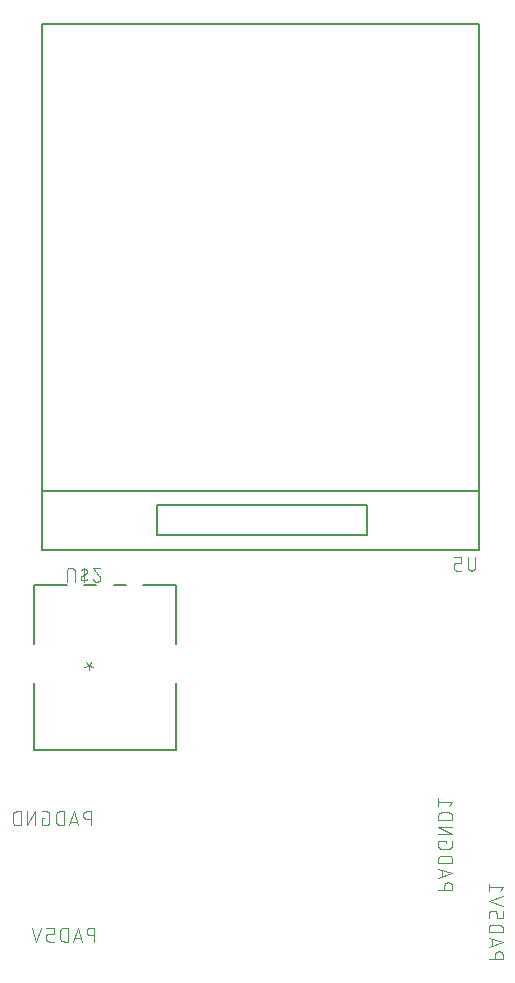
<source format=gbr>
G04 EAGLE Gerber RS-274X export*
G75*
%MOMM*%
%FSLAX34Y34*%
%LPD*%
%INSilkscreen Bottom*%
%IPPOS*%
%AMOC8*
5,1,8,0,0,1.08239X$1,22.5*%
G01*
%ADD10C,0.101600*%
%ADD11C,0.152400*%
%ADD12C,0.076200*%
%ADD13C,0.127000*%


D10*
X72080Y70808D02*
X72080Y82492D01*
X68834Y82492D01*
X68721Y82490D01*
X68608Y82484D01*
X68495Y82474D01*
X68382Y82460D01*
X68270Y82443D01*
X68159Y82421D01*
X68049Y82396D01*
X67939Y82366D01*
X67831Y82333D01*
X67724Y82296D01*
X67618Y82256D01*
X67514Y82211D01*
X67411Y82163D01*
X67310Y82112D01*
X67211Y82057D01*
X67114Y81999D01*
X67019Y81937D01*
X66926Y81872D01*
X66836Y81804D01*
X66748Y81733D01*
X66662Y81658D01*
X66579Y81581D01*
X66499Y81501D01*
X66422Y81418D01*
X66347Y81332D01*
X66276Y81244D01*
X66208Y81154D01*
X66143Y81061D01*
X66081Y80966D01*
X66023Y80869D01*
X65968Y80770D01*
X65917Y80669D01*
X65869Y80566D01*
X65824Y80462D01*
X65784Y80356D01*
X65747Y80249D01*
X65714Y80141D01*
X65684Y80031D01*
X65659Y79921D01*
X65637Y79810D01*
X65620Y79698D01*
X65606Y79585D01*
X65596Y79472D01*
X65590Y79359D01*
X65588Y79246D01*
X65590Y79133D01*
X65596Y79020D01*
X65606Y78907D01*
X65620Y78794D01*
X65637Y78682D01*
X65659Y78571D01*
X65684Y78461D01*
X65714Y78351D01*
X65747Y78243D01*
X65784Y78136D01*
X65824Y78030D01*
X65869Y77926D01*
X65917Y77823D01*
X65968Y77722D01*
X66023Y77623D01*
X66081Y77526D01*
X66143Y77431D01*
X66208Y77338D01*
X66276Y77248D01*
X66347Y77160D01*
X66422Y77074D01*
X66499Y76991D01*
X66579Y76911D01*
X66662Y76834D01*
X66748Y76759D01*
X66836Y76688D01*
X66926Y76620D01*
X67019Y76555D01*
X67114Y76493D01*
X67211Y76435D01*
X67310Y76380D01*
X67411Y76329D01*
X67514Y76281D01*
X67618Y76236D01*
X67724Y76196D01*
X67831Y76159D01*
X67939Y76126D01*
X68049Y76096D01*
X68159Y76071D01*
X68270Y76049D01*
X68382Y76032D01*
X68495Y76018D01*
X68608Y76008D01*
X68721Y76002D01*
X68834Y76000D01*
X68834Y76001D02*
X72080Y76001D01*
X61849Y70808D02*
X57955Y82492D01*
X54060Y70808D01*
X55034Y73729D02*
X60876Y73729D01*
X49389Y70808D02*
X49389Y82492D01*
X46144Y82492D01*
X46031Y82490D01*
X45918Y82484D01*
X45805Y82474D01*
X45692Y82460D01*
X45580Y82443D01*
X45469Y82421D01*
X45359Y82396D01*
X45249Y82366D01*
X45141Y82333D01*
X45034Y82296D01*
X44928Y82256D01*
X44824Y82211D01*
X44721Y82163D01*
X44620Y82112D01*
X44521Y82057D01*
X44424Y81999D01*
X44329Y81937D01*
X44236Y81872D01*
X44146Y81804D01*
X44058Y81733D01*
X43972Y81658D01*
X43889Y81581D01*
X43809Y81501D01*
X43732Y81418D01*
X43657Y81332D01*
X43586Y81244D01*
X43518Y81154D01*
X43453Y81061D01*
X43391Y80966D01*
X43333Y80869D01*
X43278Y80770D01*
X43227Y80669D01*
X43179Y80566D01*
X43134Y80462D01*
X43094Y80356D01*
X43057Y80249D01*
X43024Y80141D01*
X42994Y80031D01*
X42969Y79921D01*
X42947Y79810D01*
X42930Y79698D01*
X42916Y79585D01*
X42906Y79472D01*
X42900Y79359D01*
X42898Y79246D01*
X42898Y74054D01*
X42900Y73941D01*
X42906Y73828D01*
X42916Y73715D01*
X42930Y73602D01*
X42947Y73490D01*
X42969Y73379D01*
X42994Y73269D01*
X43024Y73159D01*
X43057Y73051D01*
X43094Y72944D01*
X43134Y72838D01*
X43179Y72734D01*
X43227Y72631D01*
X43278Y72530D01*
X43333Y72431D01*
X43391Y72334D01*
X43453Y72239D01*
X43518Y72146D01*
X43586Y72056D01*
X43657Y71968D01*
X43732Y71882D01*
X43809Y71799D01*
X43889Y71719D01*
X43972Y71642D01*
X44058Y71567D01*
X44146Y71496D01*
X44236Y71428D01*
X44329Y71363D01*
X44424Y71301D01*
X44521Y71243D01*
X44620Y71188D01*
X44721Y71137D01*
X44824Y71089D01*
X44928Y71044D01*
X45034Y71004D01*
X45141Y70967D01*
X45249Y70934D01*
X45359Y70904D01*
X45469Y70879D01*
X45580Y70857D01*
X45692Y70840D01*
X45805Y70826D01*
X45918Y70816D01*
X46031Y70810D01*
X46144Y70808D01*
X49389Y70808D01*
X37578Y70808D02*
X33684Y70808D01*
X33585Y70810D01*
X33485Y70816D01*
X33386Y70825D01*
X33288Y70838D01*
X33190Y70855D01*
X33092Y70876D01*
X32996Y70901D01*
X32901Y70929D01*
X32807Y70961D01*
X32714Y70996D01*
X32622Y71035D01*
X32532Y71078D01*
X32444Y71123D01*
X32357Y71173D01*
X32273Y71225D01*
X32190Y71281D01*
X32110Y71339D01*
X32032Y71401D01*
X31957Y71466D01*
X31884Y71534D01*
X31814Y71604D01*
X31746Y71677D01*
X31681Y71752D01*
X31619Y71830D01*
X31561Y71910D01*
X31505Y71993D01*
X31453Y72077D01*
X31403Y72164D01*
X31358Y72252D01*
X31315Y72342D01*
X31276Y72434D01*
X31241Y72527D01*
X31209Y72621D01*
X31181Y72716D01*
X31156Y72812D01*
X31135Y72910D01*
X31118Y73008D01*
X31105Y73106D01*
X31096Y73205D01*
X31090Y73305D01*
X31088Y73404D01*
X31087Y73404D02*
X31087Y74703D01*
X31088Y74703D02*
X31090Y74802D01*
X31096Y74902D01*
X31105Y75001D01*
X31118Y75099D01*
X31135Y75197D01*
X31156Y75295D01*
X31181Y75391D01*
X31209Y75486D01*
X31241Y75580D01*
X31276Y75673D01*
X31315Y75765D01*
X31358Y75855D01*
X31403Y75943D01*
X31453Y76030D01*
X31505Y76114D01*
X31561Y76197D01*
X31619Y76277D01*
X31681Y76355D01*
X31746Y76430D01*
X31814Y76503D01*
X31884Y76573D01*
X31957Y76641D01*
X32032Y76706D01*
X32110Y76768D01*
X32190Y76826D01*
X32273Y76882D01*
X32357Y76934D01*
X32444Y76984D01*
X32532Y77029D01*
X32622Y77072D01*
X32714Y77111D01*
X32807Y77146D01*
X32901Y77178D01*
X32996Y77206D01*
X33092Y77231D01*
X33190Y77252D01*
X33288Y77269D01*
X33386Y77282D01*
X33485Y77291D01*
X33585Y77297D01*
X33684Y77299D01*
X37578Y77299D01*
X37578Y82492D01*
X31087Y82492D01*
X26797Y82492D02*
X22903Y70808D01*
X19008Y82492D01*
X68742Y169238D02*
X68742Y180922D01*
X65496Y180922D01*
X65383Y180920D01*
X65270Y180914D01*
X65157Y180904D01*
X65044Y180890D01*
X64932Y180873D01*
X64821Y180851D01*
X64711Y180826D01*
X64601Y180796D01*
X64493Y180763D01*
X64386Y180726D01*
X64280Y180686D01*
X64176Y180641D01*
X64073Y180593D01*
X63972Y180542D01*
X63873Y180487D01*
X63776Y180429D01*
X63681Y180367D01*
X63588Y180302D01*
X63498Y180234D01*
X63410Y180163D01*
X63324Y180088D01*
X63241Y180011D01*
X63161Y179931D01*
X63084Y179848D01*
X63009Y179762D01*
X62938Y179674D01*
X62870Y179584D01*
X62805Y179491D01*
X62743Y179396D01*
X62685Y179299D01*
X62630Y179200D01*
X62579Y179099D01*
X62531Y178996D01*
X62486Y178892D01*
X62446Y178786D01*
X62409Y178679D01*
X62376Y178571D01*
X62346Y178461D01*
X62321Y178351D01*
X62299Y178240D01*
X62282Y178128D01*
X62268Y178015D01*
X62258Y177902D01*
X62252Y177789D01*
X62250Y177676D01*
X62252Y177563D01*
X62258Y177450D01*
X62268Y177337D01*
X62282Y177224D01*
X62299Y177112D01*
X62321Y177001D01*
X62346Y176891D01*
X62376Y176781D01*
X62409Y176673D01*
X62446Y176566D01*
X62486Y176460D01*
X62531Y176356D01*
X62579Y176253D01*
X62630Y176152D01*
X62685Y176053D01*
X62743Y175956D01*
X62805Y175861D01*
X62870Y175768D01*
X62938Y175678D01*
X63009Y175590D01*
X63084Y175504D01*
X63161Y175421D01*
X63241Y175341D01*
X63324Y175264D01*
X63410Y175189D01*
X63498Y175118D01*
X63588Y175050D01*
X63681Y174985D01*
X63776Y174923D01*
X63873Y174865D01*
X63972Y174810D01*
X64073Y174759D01*
X64176Y174711D01*
X64280Y174666D01*
X64386Y174626D01*
X64493Y174589D01*
X64601Y174556D01*
X64711Y174526D01*
X64821Y174501D01*
X64932Y174479D01*
X65044Y174462D01*
X65157Y174448D01*
X65270Y174438D01*
X65383Y174432D01*
X65496Y174430D01*
X65496Y174431D02*
X68742Y174431D01*
X58511Y169238D02*
X54617Y180922D01*
X50722Y169238D01*
X51696Y172159D02*
X57538Y172159D01*
X46051Y169238D02*
X46051Y180922D01*
X42806Y180922D01*
X42693Y180920D01*
X42580Y180914D01*
X42467Y180904D01*
X42354Y180890D01*
X42242Y180873D01*
X42131Y180851D01*
X42021Y180826D01*
X41911Y180796D01*
X41803Y180763D01*
X41696Y180726D01*
X41590Y180686D01*
X41486Y180641D01*
X41383Y180593D01*
X41282Y180542D01*
X41183Y180487D01*
X41086Y180429D01*
X40991Y180367D01*
X40898Y180302D01*
X40808Y180234D01*
X40720Y180163D01*
X40634Y180088D01*
X40551Y180011D01*
X40471Y179931D01*
X40394Y179848D01*
X40319Y179762D01*
X40248Y179674D01*
X40180Y179584D01*
X40115Y179491D01*
X40053Y179396D01*
X39995Y179299D01*
X39940Y179200D01*
X39889Y179099D01*
X39841Y178996D01*
X39796Y178892D01*
X39756Y178786D01*
X39719Y178679D01*
X39686Y178571D01*
X39656Y178461D01*
X39631Y178351D01*
X39609Y178240D01*
X39592Y178128D01*
X39578Y178015D01*
X39568Y177902D01*
X39562Y177789D01*
X39560Y177676D01*
X39560Y172484D01*
X39562Y172371D01*
X39568Y172258D01*
X39578Y172145D01*
X39592Y172032D01*
X39609Y171920D01*
X39631Y171809D01*
X39656Y171699D01*
X39686Y171589D01*
X39719Y171481D01*
X39756Y171374D01*
X39796Y171268D01*
X39841Y171164D01*
X39889Y171061D01*
X39940Y170960D01*
X39995Y170861D01*
X40053Y170764D01*
X40115Y170669D01*
X40180Y170576D01*
X40248Y170486D01*
X40319Y170398D01*
X40394Y170312D01*
X40471Y170229D01*
X40551Y170149D01*
X40634Y170072D01*
X40720Y169997D01*
X40808Y169926D01*
X40898Y169858D01*
X40991Y169793D01*
X41086Y169731D01*
X41183Y169673D01*
X41282Y169618D01*
X41383Y169567D01*
X41486Y169519D01*
X41590Y169474D01*
X41696Y169434D01*
X41803Y169397D01*
X41911Y169364D01*
X42021Y169334D01*
X42131Y169309D01*
X42242Y169287D01*
X42354Y169270D01*
X42467Y169256D01*
X42580Y169246D01*
X42693Y169240D01*
X42806Y169238D01*
X46051Y169238D01*
X29316Y175729D02*
X27368Y175729D01*
X27368Y169238D01*
X31263Y169238D01*
X31362Y169240D01*
X31462Y169246D01*
X31561Y169255D01*
X31659Y169268D01*
X31757Y169285D01*
X31855Y169306D01*
X31951Y169331D01*
X32046Y169359D01*
X32140Y169391D01*
X32233Y169426D01*
X32325Y169465D01*
X32415Y169508D01*
X32503Y169553D01*
X32590Y169603D01*
X32674Y169655D01*
X32757Y169711D01*
X32837Y169769D01*
X32915Y169831D01*
X32990Y169896D01*
X33063Y169964D01*
X33133Y170034D01*
X33201Y170107D01*
X33266Y170182D01*
X33328Y170260D01*
X33386Y170340D01*
X33442Y170423D01*
X33494Y170507D01*
X33544Y170594D01*
X33589Y170682D01*
X33632Y170772D01*
X33671Y170864D01*
X33706Y170957D01*
X33738Y171051D01*
X33766Y171146D01*
X33791Y171242D01*
X33812Y171340D01*
X33829Y171438D01*
X33842Y171536D01*
X33851Y171635D01*
X33857Y171735D01*
X33859Y171834D01*
X33859Y178326D01*
X33857Y178425D01*
X33851Y178525D01*
X33842Y178624D01*
X33829Y178722D01*
X33812Y178820D01*
X33791Y178918D01*
X33766Y179014D01*
X33738Y179109D01*
X33706Y179203D01*
X33671Y179296D01*
X33632Y179388D01*
X33589Y179478D01*
X33544Y179566D01*
X33494Y179653D01*
X33442Y179737D01*
X33386Y179820D01*
X33328Y179900D01*
X33266Y179978D01*
X33201Y180053D01*
X33133Y180126D01*
X33063Y180196D01*
X32990Y180264D01*
X32915Y180329D01*
X32837Y180391D01*
X32757Y180449D01*
X32674Y180505D01*
X32590Y180557D01*
X32503Y180607D01*
X32415Y180652D01*
X32325Y180695D01*
X32233Y180734D01*
X32140Y180769D01*
X32046Y180801D01*
X31951Y180829D01*
X31855Y180854D01*
X31757Y180875D01*
X31659Y180892D01*
X31561Y180905D01*
X31462Y180914D01*
X31362Y180920D01*
X31263Y180922D01*
X27368Y180922D01*
X21667Y180922D02*
X21667Y169238D01*
X15176Y169238D02*
X21667Y180922D01*
X15176Y180922D02*
X15176Y169238D01*
X9475Y169238D02*
X9475Y180922D01*
X6230Y180922D01*
X6117Y180920D01*
X6004Y180914D01*
X5891Y180904D01*
X5778Y180890D01*
X5666Y180873D01*
X5555Y180851D01*
X5445Y180826D01*
X5335Y180796D01*
X5227Y180763D01*
X5120Y180726D01*
X5014Y180686D01*
X4910Y180641D01*
X4807Y180593D01*
X4706Y180542D01*
X4607Y180487D01*
X4510Y180429D01*
X4415Y180367D01*
X4322Y180302D01*
X4232Y180234D01*
X4144Y180163D01*
X4058Y180088D01*
X3975Y180011D01*
X3895Y179931D01*
X3818Y179848D01*
X3743Y179762D01*
X3672Y179674D01*
X3604Y179584D01*
X3539Y179491D01*
X3477Y179396D01*
X3419Y179299D01*
X3364Y179200D01*
X3313Y179099D01*
X3265Y178996D01*
X3220Y178892D01*
X3180Y178786D01*
X3143Y178679D01*
X3110Y178571D01*
X3080Y178461D01*
X3055Y178351D01*
X3033Y178240D01*
X3016Y178128D01*
X3002Y178015D01*
X2992Y177902D01*
X2986Y177789D01*
X2984Y177676D01*
X2984Y172484D01*
X2986Y172371D01*
X2992Y172258D01*
X3002Y172145D01*
X3016Y172032D01*
X3033Y171920D01*
X3055Y171809D01*
X3080Y171699D01*
X3110Y171589D01*
X3143Y171481D01*
X3180Y171374D01*
X3220Y171268D01*
X3265Y171164D01*
X3313Y171061D01*
X3364Y170960D01*
X3419Y170861D01*
X3477Y170764D01*
X3539Y170669D01*
X3604Y170576D01*
X3672Y170486D01*
X3743Y170398D01*
X3818Y170312D01*
X3895Y170229D01*
X3975Y170149D01*
X4058Y170072D01*
X4144Y169997D01*
X4232Y169926D01*
X4322Y169858D01*
X4415Y169793D01*
X4510Y169731D01*
X4607Y169673D01*
X4706Y169618D01*
X4807Y169567D01*
X4910Y169519D01*
X5014Y169474D01*
X5120Y169434D01*
X5227Y169397D01*
X5335Y169364D01*
X5445Y169334D01*
X5555Y169309D01*
X5666Y169287D01*
X5778Y169270D01*
X5891Y169256D01*
X6004Y169246D01*
X6117Y169240D01*
X6230Y169238D01*
X9475Y169238D01*
D11*
X21156Y372424D02*
X48842Y372424D01*
X141044Y372424D02*
X141044Y322640D01*
X141044Y232724D02*
X21156Y232724D01*
X21156Y289874D01*
X63320Y372424D02*
X73734Y372424D01*
X88466Y372424D02*
X98880Y372424D01*
X113358Y372424D02*
X141044Y372424D01*
X21156Y372424D02*
X21156Y322640D01*
X141044Y289874D02*
X141044Y232724D01*
D12*
X67095Y300429D02*
X67095Y304408D01*
X69416Y307393D01*
X67095Y304408D02*
X64773Y307393D01*
X67095Y304408D02*
X70742Y303082D01*
X67095Y304408D02*
X63447Y303082D01*
X48715Y375345D02*
X48715Y383967D01*
X48717Y384081D01*
X48723Y384196D01*
X48733Y384310D01*
X48747Y384423D01*
X48764Y384537D01*
X48786Y384649D01*
X48811Y384761D01*
X48841Y384871D01*
X48874Y384981D01*
X48911Y385089D01*
X48951Y385196D01*
X48996Y385302D01*
X49043Y385406D01*
X49095Y385508D01*
X49150Y385608D01*
X49208Y385707D01*
X49270Y385803D01*
X49335Y385898D01*
X49403Y385989D01*
X49475Y386079D01*
X49549Y386166D01*
X49626Y386250D01*
X49707Y386332D01*
X49790Y386411D01*
X49875Y386487D01*
X49964Y386560D01*
X50054Y386629D01*
X50147Y386696D01*
X50243Y386759D01*
X50340Y386819D01*
X50440Y386876D01*
X50541Y386929D01*
X50644Y386979D01*
X50749Y387025D01*
X50855Y387068D01*
X50963Y387106D01*
X51072Y387141D01*
X51182Y387172D01*
X51293Y387200D01*
X51405Y387223D01*
X51518Y387243D01*
X51631Y387259D01*
X51745Y387271D01*
X51859Y387279D01*
X51974Y387283D01*
X52088Y387283D01*
X52203Y387279D01*
X52317Y387271D01*
X52431Y387259D01*
X52544Y387243D01*
X52657Y387223D01*
X52769Y387200D01*
X52880Y387172D01*
X52990Y387141D01*
X53099Y387106D01*
X53207Y387068D01*
X53313Y387025D01*
X53418Y386979D01*
X53521Y386929D01*
X53622Y386876D01*
X53722Y386819D01*
X53819Y386759D01*
X53915Y386696D01*
X54008Y386629D01*
X54098Y386560D01*
X54187Y386487D01*
X54272Y386411D01*
X54355Y386332D01*
X54436Y386250D01*
X54513Y386166D01*
X54587Y386079D01*
X54659Y385989D01*
X54727Y385898D01*
X54792Y385803D01*
X54854Y385707D01*
X54912Y385608D01*
X54967Y385508D01*
X55019Y385406D01*
X55066Y385302D01*
X55111Y385196D01*
X55151Y385089D01*
X55188Y384981D01*
X55221Y384871D01*
X55251Y384761D01*
X55276Y384649D01*
X55298Y384537D01*
X55315Y384423D01*
X55329Y384310D01*
X55339Y384196D01*
X55345Y384081D01*
X55347Y383967D01*
X55347Y375345D01*
X63080Y375345D02*
X63080Y387283D01*
X63080Y381314D02*
X61422Y380319D01*
X61347Y380271D01*
X61274Y380221D01*
X61203Y380167D01*
X61135Y380110D01*
X61070Y380050D01*
X61007Y379987D01*
X60947Y379921D01*
X60890Y379853D01*
X60837Y379782D01*
X60786Y379709D01*
X60739Y379634D01*
X60695Y379557D01*
X60655Y379478D01*
X60619Y379397D01*
X60586Y379314D01*
X60556Y379230D01*
X60531Y379145D01*
X60509Y379059D01*
X60492Y378972D01*
X60478Y378884D01*
X60468Y378796D01*
X60462Y378708D01*
X60460Y378619D01*
X60462Y378530D01*
X60468Y378442D01*
X60478Y378353D01*
X60492Y378266D01*
X60510Y378179D01*
X60532Y378093D01*
X60557Y378008D01*
X60586Y377924D01*
X60619Y377841D01*
X60656Y377760D01*
X60696Y377681D01*
X60740Y377604D01*
X60788Y377529D01*
X60838Y377456D01*
X60892Y377385D01*
X60949Y377317D01*
X61009Y377252D01*
X61071Y377189D01*
X61137Y377129D01*
X61205Y377072D01*
X61276Y377018D01*
X61349Y376967D01*
X61424Y376920D01*
X61501Y376876D01*
X61580Y376836D01*
X61661Y376799D01*
X61743Y376766D01*
X61827Y376737D01*
X61912Y376711D01*
X61998Y376689D01*
X62085Y376671D01*
X62086Y376672D02*
X62224Y376648D01*
X62363Y376629D01*
X62502Y376613D01*
X62642Y376600D01*
X62782Y376592D01*
X62923Y376587D01*
X63063Y376586D01*
X63203Y376589D01*
X63343Y376595D01*
X63483Y376606D01*
X63623Y376620D01*
X63762Y376637D01*
X63901Y376659D01*
X64039Y376684D01*
X64176Y376713D01*
X64313Y376745D01*
X64448Y376781D01*
X64583Y376821D01*
X64716Y376864D01*
X64849Y376911D01*
X64980Y376961D01*
X65109Y377015D01*
X65237Y377072D01*
X65364Y377133D01*
X65489Y377197D01*
X65612Y377264D01*
X65733Y377335D01*
X63080Y381314D02*
X64738Y382309D01*
X64813Y382357D01*
X64886Y382407D01*
X64957Y382461D01*
X65025Y382518D01*
X65090Y382578D01*
X65153Y382641D01*
X65213Y382707D01*
X65270Y382775D01*
X65323Y382846D01*
X65374Y382919D01*
X65421Y382994D01*
X65465Y383071D01*
X65505Y383150D01*
X65541Y383231D01*
X65574Y383314D01*
X65604Y383398D01*
X65629Y383483D01*
X65651Y383569D01*
X65668Y383656D01*
X65682Y383744D01*
X65692Y383832D01*
X65698Y383920D01*
X65700Y384009D01*
X65698Y384098D01*
X65692Y384186D01*
X65682Y384275D01*
X65668Y384362D01*
X65650Y384449D01*
X65628Y384535D01*
X65603Y384620D01*
X65574Y384704D01*
X65541Y384787D01*
X65504Y384868D01*
X65464Y384947D01*
X65420Y385024D01*
X65372Y385099D01*
X65322Y385172D01*
X65268Y385243D01*
X65211Y385311D01*
X65151Y385376D01*
X65089Y385439D01*
X65023Y385499D01*
X64955Y385556D01*
X64884Y385610D01*
X64811Y385661D01*
X64736Y385708D01*
X64659Y385752D01*
X64580Y385792D01*
X64499Y385829D01*
X64417Y385862D01*
X64333Y385891D01*
X64248Y385917D01*
X64162Y385939D01*
X64075Y385957D01*
X63937Y385981D01*
X63798Y386000D01*
X63659Y386016D01*
X63519Y386029D01*
X63379Y386037D01*
X63239Y386042D01*
X63098Y386043D01*
X62958Y386040D01*
X62818Y386034D01*
X62678Y386023D01*
X62538Y386009D01*
X62399Y385992D01*
X62260Y385970D01*
X62122Y385945D01*
X61985Y385916D01*
X61848Y385884D01*
X61712Y385848D01*
X61578Y385808D01*
X61444Y385765D01*
X61312Y385718D01*
X61181Y385668D01*
X61051Y385614D01*
X60923Y385557D01*
X60797Y385496D01*
X60672Y385432D01*
X60549Y385365D01*
X60427Y385294D01*
X74080Y375345D02*
X74187Y375347D01*
X74293Y375353D01*
X74399Y375362D01*
X74505Y375375D01*
X74610Y375392D01*
X74715Y375413D01*
X74818Y375438D01*
X74921Y375466D01*
X75023Y375498D01*
X75123Y375533D01*
X75222Y375572D01*
X75320Y375615D01*
X75416Y375661D01*
X75511Y375710D01*
X75603Y375763D01*
X75694Y375819D01*
X75782Y375878D01*
X75869Y375940D01*
X75953Y376006D01*
X76035Y376074D01*
X76114Y376145D01*
X76191Y376219D01*
X76265Y376296D01*
X76336Y376375D01*
X76404Y376457D01*
X76470Y376541D01*
X76532Y376628D01*
X76591Y376716D01*
X76647Y376807D01*
X76700Y376899D01*
X76749Y376994D01*
X76795Y377090D01*
X76838Y377188D01*
X76877Y377287D01*
X76912Y377387D01*
X76944Y377489D01*
X76972Y377592D01*
X76997Y377695D01*
X77018Y377800D01*
X77035Y377905D01*
X77048Y378011D01*
X77057Y378117D01*
X77063Y378223D01*
X77065Y378330D01*
X74080Y375345D02*
X73959Y375347D01*
X73839Y375353D01*
X73719Y375362D01*
X73599Y375375D01*
X73480Y375392D01*
X73361Y375413D01*
X73243Y375437D01*
X73126Y375466D01*
X73010Y375497D01*
X72894Y375533D01*
X72780Y375572D01*
X72668Y375615D01*
X72556Y375661D01*
X72446Y375710D01*
X72338Y375764D01*
X72232Y375820D01*
X72127Y375880D01*
X72024Y375943D01*
X71924Y376009D01*
X71825Y376078D01*
X71729Y376151D01*
X71635Y376226D01*
X71543Y376304D01*
X71454Y376386D01*
X71367Y376470D01*
X71283Y376556D01*
X71202Y376645D01*
X71124Y376737D01*
X71049Y376831D01*
X70977Y376928D01*
X70907Y377026D01*
X70841Y377127D01*
X70778Y377230D01*
X70719Y377335D01*
X70662Y377441D01*
X70609Y377550D01*
X70560Y377659D01*
X70514Y377771D01*
X70471Y377884D01*
X70433Y377998D01*
X76070Y380652D02*
X76150Y380572D01*
X76228Y380490D01*
X76302Y380406D01*
X76374Y380318D01*
X76442Y380229D01*
X76508Y380136D01*
X76570Y380042D01*
X76628Y379946D01*
X76683Y379847D01*
X76735Y379747D01*
X76783Y379645D01*
X76828Y379541D01*
X76868Y379436D01*
X76905Y379329D01*
X76939Y379221D01*
X76968Y379112D01*
X76994Y379002D01*
X77015Y378891D01*
X77033Y378780D01*
X77047Y378668D01*
X77057Y378556D01*
X77063Y378443D01*
X77065Y378330D01*
X76069Y380651D02*
X70432Y387283D01*
X77064Y387283D01*
D13*
X124700Y440200D02*
X302500Y440200D01*
X124700Y440200D02*
X124700Y414800D01*
X302500Y414800D01*
X302500Y440200D01*
X397500Y452500D02*
X397500Y402500D01*
X397500Y452500D02*
X27500Y452500D01*
X27500Y402500D01*
X397500Y402500D01*
X27500Y452500D02*
X27500Y847500D01*
X397500Y847500D01*
X397500Y452500D01*
D10*
X394492Y396592D02*
X394492Y388154D01*
X394490Y388041D01*
X394484Y387928D01*
X394474Y387815D01*
X394460Y387702D01*
X394443Y387590D01*
X394421Y387479D01*
X394396Y387369D01*
X394366Y387259D01*
X394333Y387151D01*
X394296Y387044D01*
X394256Y386938D01*
X394211Y386834D01*
X394163Y386731D01*
X394112Y386630D01*
X394057Y386531D01*
X393999Y386434D01*
X393937Y386339D01*
X393872Y386246D01*
X393804Y386156D01*
X393733Y386068D01*
X393658Y385982D01*
X393581Y385899D01*
X393501Y385819D01*
X393418Y385742D01*
X393332Y385667D01*
X393244Y385596D01*
X393154Y385528D01*
X393061Y385463D01*
X392966Y385401D01*
X392869Y385343D01*
X392770Y385288D01*
X392669Y385237D01*
X392566Y385189D01*
X392462Y385144D01*
X392356Y385104D01*
X392249Y385067D01*
X392141Y385034D01*
X392031Y385004D01*
X391921Y384979D01*
X391810Y384957D01*
X391698Y384940D01*
X391585Y384926D01*
X391472Y384916D01*
X391359Y384910D01*
X391246Y384908D01*
X391133Y384910D01*
X391020Y384916D01*
X390907Y384926D01*
X390794Y384940D01*
X390682Y384957D01*
X390571Y384979D01*
X390461Y385004D01*
X390351Y385034D01*
X390243Y385067D01*
X390136Y385104D01*
X390030Y385144D01*
X389926Y385189D01*
X389823Y385237D01*
X389722Y385288D01*
X389623Y385343D01*
X389526Y385401D01*
X389431Y385463D01*
X389338Y385528D01*
X389248Y385596D01*
X389160Y385667D01*
X389074Y385742D01*
X388991Y385819D01*
X388911Y385899D01*
X388834Y385982D01*
X388759Y386068D01*
X388688Y386156D01*
X388620Y386246D01*
X388555Y386339D01*
X388493Y386434D01*
X388435Y386531D01*
X388380Y386630D01*
X388329Y386731D01*
X388281Y386834D01*
X388236Y386938D01*
X388196Y387044D01*
X388159Y387151D01*
X388126Y387259D01*
X388096Y387369D01*
X388071Y387479D01*
X388049Y387590D01*
X388032Y387702D01*
X388018Y387815D01*
X388008Y387928D01*
X388002Y388041D01*
X388000Y388154D01*
X388001Y388154D02*
X388001Y396592D01*
X382681Y384908D02*
X378786Y384908D01*
X378687Y384910D01*
X378587Y384916D01*
X378488Y384925D01*
X378390Y384938D01*
X378292Y384955D01*
X378194Y384976D01*
X378098Y385001D01*
X378003Y385029D01*
X377909Y385061D01*
X377816Y385096D01*
X377724Y385135D01*
X377634Y385178D01*
X377546Y385223D01*
X377459Y385273D01*
X377375Y385325D01*
X377292Y385381D01*
X377212Y385439D01*
X377134Y385501D01*
X377059Y385566D01*
X376986Y385634D01*
X376916Y385704D01*
X376848Y385777D01*
X376783Y385852D01*
X376721Y385930D01*
X376663Y386010D01*
X376607Y386093D01*
X376555Y386177D01*
X376505Y386264D01*
X376460Y386352D01*
X376417Y386442D01*
X376378Y386534D01*
X376343Y386627D01*
X376311Y386721D01*
X376283Y386816D01*
X376258Y386912D01*
X376237Y387010D01*
X376220Y387108D01*
X376207Y387206D01*
X376198Y387305D01*
X376192Y387405D01*
X376190Y387504D01*
X376190Y388803D01*
X376192Y388902D01*
X376198Y389002D01*
X376207Y389101D01*
X376220Y389199D01*
X376237Y389297D01*
X376258Y389395D01*
X376283Y389491D01*
X376311Y389586D01*
X376343Y389680D01*
X376378Y389773D01*
X376417Y389865D01*
X376460Y389955D01*
X376505Y390043D01*
X376555Y390130D01*
X376607Y390214D01*
X376663Y390297D01*
X376721Y390377D01*
X376783Y390455D01*
X376848Y390530D01*
X376916Y390603D01*
X376986Y390673D01*
X377059Y390741D01*
X377134Y390806D01*
X377212Y390868D01*
X377292Y390926D01*
X377375Y390982D01*
X377459Y391034D01*
X377546Y391084D01*
X377634Y391129D01*
X377724Y391172D01*
X377816Y391211D01*
X377909Y391246D01*
X378003Y391278D01*
X378098Y391306D01*
X378194Y391331D01*
X378292Y391352D01*
X378390Y391369D01*
X378488Y391382D01*
X378587Y391391D01*
X378687Y391397D01*
X378786Y391399D01*
X382681Y391399D01*
X382681Y396592D01*
X376190Y396592D01*
X374742Y114423D02*
X363058Y114423D01*
X374742Y114423D02*
X374742Y117669D01*
X374740Y117782D01*
X374734Y117895D01*
X374724Y118008D01*
X374710Y118121D01*
X374693Y118233D01*
X374671Y118344D01*
X374646Y118454D01*
X374616Y118564D01*
X374583Y118672D01*
X374546Y118779D01*
X374506Y118885D01*
X374461Y118989D01*
X374413Y119092D01*
X374362Y119193D01*
X374307Y119292D01*
X374249Y119389D01*
X374187Y119484D01*
X374122Y119577D01*
X374054Y119667D01*
X373983Y119755D01*
X373908Y119841D01*
X373831Y119924D01*
X373751Y120004D01*
X373668Y120081D01*
X373582Y120156D01*
X373494Y120227D01*
X373404Y120295D01*
X373311Y120360D01*
X373216Y120422D01*
X373119Y120480D01*
X373020Y120535D01*
X372919Y120586D01*
X372816Y120634D01*
X372712Y120679D01*
X372606Y120719D01*
X372499Y120756D01*
X372391Y120789D01*
X372281Y120819D01*
X372171Y120844D01*
X372060Y120866D01*
X371948Y120883D01*
X371835Y120897D01*
X371722Y120907D01*
X371609Y120913D01*
X371496Y120915D01*
X371383Y120913D01*
X371270Y120907D01*
X371157Y120897D01*
X371044Y120883D01*
X370932Y120866D01*
X370821Y120844D01*
X370711Y120819D01*
X370601Y120789D01*
X370493Y120756D01*
X370386Y120719D01*
X370280Y120679D01*
X370176Y120634D01*
X370073Y120586D01*
X369972Y120535D01*
X369873Y120480D01*
X369776Y120422D01*
X369681Y120360D01*
X369588Y120295D01*
X369498Y120227D01*
X369410Y120156D01*
X369324Y120081D01*
X369241Y120004D01*
X369161Y119924D01*
X369084Y119841D01*
X369009Y119755D01*
X368938Y119667D01*
X368870Y119577D01*
X368805Y119484D01*
X368743Y119389D01*
X368685Y119292D01*
X368630Y119193D01*
X368579Y119092D01*
X368531Y118989D01*
X368486Y118885D01*
X368446Y118779D01*
X368409Y118672D01*
X368376Y118564D01*
X368346Y118454D01*
X368321Y118344D01*
X368299Y118233D01*
X368282Y118121D01*
X368268Y118008D01*
X368258Y117895D01*
X368252Y117782D01*
X368250Y117669D01*
X368251Y117669D02*
X368251Y114423D01*
X363058Y124654D02*
X374742Y128549D01*
X363058Y132443D01*
X365979Y131470D02*
X365979Y125628D01*
X363058Y137114D02*
X374742Y137114D01*
X374742Y140360D01*
X374740Y140473D01*
X374734Y140586D01*
X374724Y140699D01*
X374710Y140812D01*
X374693Y140924D01*
X374671Y141035D01*
X374646Y141145D01*
X374616Y141255D01*
X374583Y141363D01*
X374546Y141470D01*
X374506Y141576D01*
X374461Y141680D01*
X374413Y141783D01*
X374362Y141884D01*
X374307Y141983D01*
X374249Y142080D01*
X374187Y142175D01*
X374122Y142268D01*
X374054Y142358D01*
X373983Y142446D01*
X373908Y142532D01*
X373831Y142615D01*
X373751Y142695D01*
X373668Y142772D01*
X373582Y142847D01*
X373494Y142918D01*
X373404Y142986D01*
X373311Y143051D01*
X373216Y143113D01*
X373119Y143171D01*
X373020Y143226D01*
X372919Y143277D01*
X372816Y143325D01*
X372712Y143370D01*
X372606Y143410D01*
X372499Y143447D01*
X372391Y143480D01*
X372281Y143510D01*
X372171Y143535D01*
X372060Y143557D01*
X371948Y143574D01*
X371835Y143588D01*
X371722Y143598D01*
X371609Y143604D01*
X371496Y143606D01*
X371496Y143605D02*
X366304Y143605D01*
X366304Y143606D02*
X366191Y143604D01*
X366078Y143598D01*
X365965Y143588D01*
X365852Y143574D01*
X365740Y143557D01*
X365629Y143535D01*
X365519Y143510D01*
X365409Y143480D01*
X365301Y143447D01*
X365194Y143410D01*
X365088Y143370D01*
X364984Y143325D01*
X364881Y143277D01*
X364780Y143226D01*
X364681Y143171D01*
X364584Y143113D01*
X364489Y143051D01*
X364396Y142986D01*
X364306Y142918D01*
X364218Y142847D01*
X364132Y142772D01*
X364049Y142695D01*
X363969Y142615D01*
X363892Y142532D01*
X363817Y142446D01*
X363746Y142358D01*
X363678Y142268D01*
X363613Y142175D01*
X363551Y142080D01*
X363493Y141983D01*
X363438Y141884D01*
X363387Y141783D01*
X363339Y141680D01*
X363294Y141576D01*
X363254Y141470D01*
X363217Y141363D01*
X363184Y141255D01*
X363154Y141145D01*
X363129Y141035D01*
X363107Y140924D01*
X363090Y140812D01*
X363076Y140699D01*
X363066Y140586D01*
X363060Y140473D01*
X363058Y140360D01*
X363058Y137114D01*
X369549Y153850D02*
X369549Y155797D01*
X363058Y155797D01*
X363058Y151902D01*
X363060Y151803D01*
X363066Y151703D01*
X363075Y151604D01*
X363088Y151506D01*
X363105Y151408D01*
X363126Y151310D01*
X363151Y151214D01*
X363179Y151119D01*
X363211Y151025D01*
X363246Y150932D01*
X363285Y150840D01*
X363328Y150750D01*
X363373Y150662D01*
X363423Y150575D01*
X363475Y150491D01*
X363531Y150408D01*
X363589Y150328D01*
X363651Y150250D01*
X363716Y150175D01*
X363784Y150102D01*
X363854Y150032D01*
X363927Y149964D01*
X364002Y149899D01*
X364080Y149837D01*
X364160Y149779D01*
X364243Y149723D01*
X364327Y149671D01*
X364414Y149621D01*
X364502Y149576D01*
X364592Y149533D01*
X364684Y149494D01*
X364777Y149459D01*
X364871Y149427D01*
X364966Y149399D01*
X365062Y149374D01*
X365160Y149353D01*
X365258Y149336D01*
X365356Y149323D01*
X365455Y149314D01*
X365555Y149308D01*
X365654Y149306D01*
X372146Y149306D01*
X372245Y149308D01*
X372345Y149314D01*
X372444Y149323D01*
X372542Y149336D01*
X372640Y149353D01*
X372738Y149374D01*
X372834Y149399D01*
X372929Y149427D01*
X373023Y149459D01*
X373116Y149494D01*
X373208Y149533D01*
X373298Y149576D01*
X373386Y149621D01*
X373473Y149671D01*
X373557Y149723D01*
X373640Y149779D01*
X373720Y149837D01*
X373798Y149899D01*
X373873Y149964D01*
X373946Y150032D01*
X374016Y150102D01*
X374084Y150175D01*
X374149Y150250D01*
X374211Y150328D01*
X374269Y150408D01*
X374325Y150491D01*
X374377Y150575D01*
X374427Y150662D01*
X374472Y150750D01*
X374515Y150840D01*
X374554Y150932D01*
X374589Y151024D01*
X374621Y151119D01*
X374649Y151214D01*
X374674Y151310D01*
X374695Y151408D01*
X374712Y151506D01*
X374725Y151604D01*
X374734Y151703D01*
X374740Y151803D01*
X374742Y151902D01*
X374742Y155797D01*
X374742Y161498D02*
X363058Y161498D01*
X363058Y167989D02*
X374742Y161498D01*
X374742Y167989D02*
X363058Y167989D01*
X363058Y173690D02*
X374742Y173690D01*
X374742Y176935D01*
X374740Y177048D01*
X374734Y177161D01*
X374724Y177274D01*
X374710Y177387D01*
X374693Y177499D01*
X374671Y177610D01*
X374646Y177720D01*
X374616Y177830D01*
X374583Y177938D01*
X374546Y178045D01*
X374506Y178151D01*
X374461Y178255D01*
X374413Y178358D01*
X374362Y178459D01*
X374307Y178558D01*
X374249Y178655D01*
X374187Y178750D01*
X374122Y178843D01*
X374054Y178933D01*
X373983Y179021D01*
X373908Y179107D01*
X373831Y179190D01*
X373751Y179270D01*
X373668Y179347D01*
X373582Y179422D01*
X373494Y179493D01*
X373404Y179561D01*
X373311Y179626D01*
X373216Y179688D01*
X373119Y179746D01*
X373020Y179801D01*
X372919Y179852D01*
X372816Y179900D01*
X372712Y179945D01*
X372606Y179985D01*
X372499Y180022D01*
X372391Y180055D01*
X372281Y180085D01*
X372171Y180110D01*
X372060Y180132D01*
X371948Y180149D01*
X371835Y180163D01*
X371722Y180173D01*
X371609Y180179D01*
X371496Y180181D01*
X366304Y180181D01*
X366191Y180179D01*
X366078Y180173D01*
X365965Y180163D01*
X365852Y180149D01*
X365740Y180132D01*
X365629Y180110D01*
X365519Y180085D01*
X365409Y180055D01*
X365301Y180022D01*
X365194Y179985D01*
X365088Y179945D01*
X364984Y179900D01*
X364881Y179852D01*
X364780Y179801D01*
X364681Y179746D01*
X364584Y179688D01*
X364489Y179626D01*
X364396Y179561D01*
X364306Y179493D01*
X364218Y179422D01*
X364132Y179347D01*
X364049Y179270D01*
X363969Y179190D01*
X363892Y179107D01*
X363817Y179021D01*
X363746Y178933D01*
X363678Y178843D01*
X363613Y178750D01*
X363551Y178655D01*
X363493Y178558D01*
X363438Y178459D01*
X363387Y178358D01*
X363339Y178255D01*
X363294Y178151D01*
X363254Y178045D01*
X363217Y177938D01*
X363184Y177830D01*
X363154Y177720D01*
X363129Y177610D01*
X363107Y177499D01*
X363090Y177387D01*
X363076Y177274D01*
X363066Y177161D01*
X363060Y177048D01*
X363058Y176935D01*
X363058Y173690D01*
X372146Y185501D02*
X374742Y188746D01*
X363058Y188746D01*
X363058Y185501D02*
X363058Y191992D01*
X406008Y56008D02*
X417692Y56008D01*
X417692Y59254D01*
X417690Y59367D01*
X417684Y59480D01*
X417674Y59593D01*
X417660Y59706D01*
X417643Y59818D01*
X417621Y59929D01*
X417596Y60039D01*
X417566Y60149D01*
X417533Y60257D01*
X417496Y60364D01*
X417456Y60470D01*
X417411Y60574D01*
X417363Y60677D01*
X417312Y60778D01*
X417257Y60877D01*
X417199Y60974D01*
X417137Y61069D01*
X417072Y61162D01*
X417004Y61252D01*
X416933Y61340D01*
X416858Y61426D01*
X416781Y61509D01*
X416701Y61589D01*
X416618Y61666D01*
X416532Y61741D01*
X416444Y61812D01*
X416354Y61880D01*
X416261Y61945D01*
X416166Y62007D01*
X416069Y62065D01*
X415970Y62120D01*
X415869Y62171D01*
X415766Y62219D01*
X415662Y62264D01*
X415556Y62304D01*
X415449Y62341D01*
X415341Y62374D01*
X415231Y62404D01*
X415121Y62429D01*
X415010Y62451D01*
X414898Y62468D01*
X414785Y62482D01*
X414672Y62492D01*
X414559Y62498D01*
X414446Y62500D01*
X414333Y62498D01*
X414220Y62492D01*
X414107Y62482D01*
X413994Y62468D01*
X413882Y62451D01*
X413771Y62429D01*
X413661Y62404D01*
X413551Y62374D01*
X413443Y62341D01*
X413336Y62304D01*
X413230Y62264D01*
X413126Y62219D01*
X413023Y62171D01*
X412922Y62120D01*
X412823Y62065D01*
X412726Y62007D01*
X412631Y61945D01*
X412538Y61880D01*
X412448Y61812D01*
X412360Y61741D01*
X412274Y61666D01*
X412191Y61589D01*
X412111Y61509D01*
X412034Y61426D01*
X411959Y61340D01*
X411888Y61252D01*
X411820Y61162D01*
X411755Y61069D01*
X411693Y60974D01*
X411635Y60877D01*
X411580Y60778D01*
X411529Y60677D01*
X411481Y60574D01*
X411436Y60470D01*
X411396Y60364D01*
X411359Y60257D01*
X411326Y60149D01*
X411296Y60039D01*
X411271Y59929D01*
X411249Y59818D01*
X411232Y59706D01*
X411218Y59593D01*
X411208Y59480D01*
X411202Y59367D01*
X411200Y59254D01*
X411201Y59254D02*
X411201Y56008D01*
X406008Y66239D02*
X417692Y70133D01*
X406008Y74028D01*
X408929Y73054D02*
X408929Y67212D01*
X406008Y78699D02*
X417692Y78699D01*
X417692Y81944D01*
X417690Y82057D01*
X417684Y82170D01*
X417674Y82283D01*
X417660Y82396D01*
X417643Y82508D01*
X417621Y82619D01*
X417596Y82729D01*
X417566Y82839D01*
X417533Y82947D01*
X417496Y83054D01*
X417456Y83160D01*
X417411Y83264D01*
X417363Y83367D01*
X417312Y83468D01*
X417257Y83567D01*
X417199Y83664D01*
X417137Y83759D01*
X417072Y83852D01*
X417004Y83942D01*
X416933Y84030D01*
X416858Y84116D01*
X416781Y84199D01*
X416701Y84279D01*
X416618Y84356D01*
X416532Y84431D01*
X416444Y84502D01*
X416354Y84570D01*
X416261Y84635D01*
X416166Y84697D01*
X416069Y84755D01*
X415970Y84810D01*
X415869Y84861D01*
X415766Y84909D01*
X415662Y84954D01*
X415556Y84994D01*
X415449Y85031D01*
X415341Y85064D01*
X415231Y85094D01*
X415121Y85119D01*
X415010Y85141D01*
X414898Y85158D01*
X414785Y85172D01*
X414672Y85182D01*
X414559Y85188D01*
X414446Y85190D01*
X409254Y85190D01*
X409141Y85188D01*
X409028Y85182D01*
X408915Y85172D01*
X408802Y85158D01*
X408690Y85141D01*
X408579Y85119D01*
X408469Y85094D01*
X408359Y85064D01*
X408251Y85031D01*
X408144Y84994D01*
X408038Y84954D01*
X407934Y84909D01*
X407831Y84861D01*
X407730Y84810D01*
X407631Y84755D01*
X407534Y84697D01*
X407439Y84635D01*
X407346Y84570D01*
X407256Y84502D01*
X407168Y84431D01*
X407082Y84356D01*
X406999Y84279D01*
X406919Y84199D01*
X406842Y84116D01*
X406767Y84030D01*
X406696Y83942D01*
X406628Y83852D01*
X406563Y83759D01*
X406501Y83664D01*
X406443Y83567D01*
X406388Y83468D01*
X406337Y83367D01*
X406289Y83264D01*
X406244Y83160D01*
X406204Y83054D01*
X406167Y82947D01*
X406134Y82839D01*
X406104Y82729D01*
X406079Y82619D01*
X406057Y82508D01*
X406040Y82396D01*
X406026Y82283D01*
X406016Y82170D01*
X406010Y82057D01*
X406008Y81944D01*
X406008Y78699D01*
X406008Y90510D02*
X406008Y94404D01*
X406010Y94503D01*
X406016Y94603D01*
X406025Y94702D01*
X406038Y94800D01*
X406055Y94898D01*
X406076Y94996D01*
X406101Y95092D01*
X406129Y95187D01*
X406161Y95281D01*
X406196Y95374D01*
X406235Y95466D01*
X406278Y95556D01*
X406323Y95644D01*
X406373Y95731D01*
X406425Y95815D01*
X406481Y95898D01*
X406539Y95978D01*
X406601Y96056D01*
X406666Y96131D01*
X406734Y96204D01*
X406804Y96274D01*
X406877Y96342D01*
X406952Y96407D01*
X407030Y96469D01*
X407110Y96527D01*
X407193Y96583D01*
X407277Y96635D01*
X407364Y96685D01*
X407452Y96730D01*
X407542Y96773D01*
X407634Y96812D01*
X407727Y96847D01*
X407821Y96879D01*
X407916Y96907D01*
X408012Y96932D01*
X408110Y96953D01*
X408208Y96970D01*
X408306Y96983D01*
X408405Y96992D01*
X408505Y96998D01*
X408604Y97000D01*
X408604Y97001D02*
X409903Y97001D01*
X409903Y97000D02*
X410002Y96998D01*
X410102Y96992D01*
X410201Y96983D01*
X410299Y96970D01*
X410397Y96953D01*
X410495Y96932D01*
X410591Y96907D01*
X410686Y96879D01*
X410780Y96847D01*
X410873Y96812D01*
X410965Y96773D01*
X411055Y96730D01*
X411143Y96685D01*
X411230Y96635D01*
X411314Y96583D01*
X411397Y96527D01*
X411477Y96469D01*
X411555Y96407D01*
X411630Y96342D01*
X411703Y96274D01*
X411773Y96204D01*
X411841Y96131D01*
X411906Y96056D01*
X411968Y95978D01*
X412026Y95898D01*
X412082Y95815D01*
X412134Y95731D01*
X412184Y95644D01*
X412229Y95556D01*
X412272Y95466D01*
X412311Y95374D01*
X412346Y95281D01*
X412378Y95187D01*
X412406Y95092D01*
X412431Y94996D01*
X412452Y94898D01*
X412469Y94800D01*
X412482Y94702D01*
X412491Y94603D01*
X412497Y94503D01*
X412499Y94404D01*
X412499Y90510D01*
X417692Y90510D01*
X417692Y97001D01*
X417692Y101290D02*
X406008Y105185D01*
X417692Y109080D01*
X415096Y113370D02*
X417692Y116615D01*
X406008Y116615D01*
X406008Y113370D02*
X406008Y119861D01*
M02*

</source>
